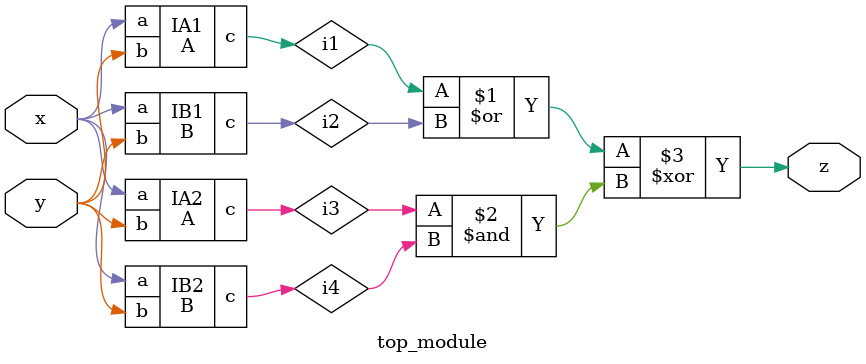
<source format=v>
module A (input a, input b, output c);
    assign c = (a^b) & a;
endmodule

module B (input a, input b, output c);
    assign c = ~(a^b);
    
endmodule

module top_module (input x, input y, output z);

  wire i1, i2, i3,i4;
    
    A IA1 (x, y, i1);
    B IB1 (x, y, i2);
    A IA2 (x, y, i3);
    B IB2 (x, y, i4);
    
    assign z = (i1|i2) ^ (i3&i4); 
       
endmodule
</source>
